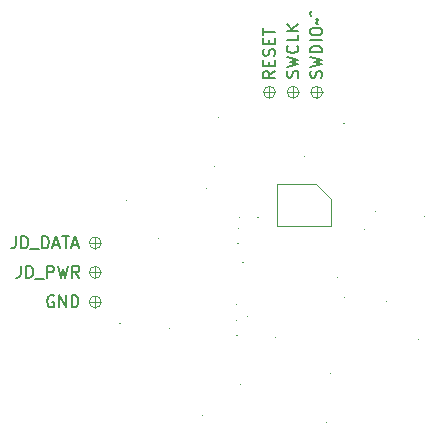
<source format=gbr>
G04 #@! TF.GenerationSoftware,KiCad,Pcbnew,9.0.0*
G04 #@! TF.CreationDate,2025-03-28T12:53:33+00:00*
G04 #@! TF.ProjectId,vm_rgb_ring_0.2,766d5f72-6762-45f7-9269-6e675f302e32,v0.2*
G04 #@! TF.SameCoordinates,PX4f64b50PY4749830*
G04 #@! TF.FileFunction,AssemblyDrawing,Top*
%FSLAX45Y45*%
G04 Gerber Fmt 4.5, Leading zero omitted, Abs format (unit mm)*
G04 Created by KiCad (PCBNEW 9.0.0) date 2025-03-28 12:53:33*
%MOMM*%
%LPD*%
G01*
G04 APERTURE LIST*
%ADD10C,0.150000*%
%ADD11C,0.060000*%
%ADD12C,0.100000*%
%ADD13C,0.120000*%
G04 APERTURE END LIST*
D10*
X415720Y1623810D02*
X420482Y1638095D01*
X420482Y1638095D02*
X420482Y1661905D01*
X420482Y1661905D02*
X415720Y1671429D01*
X415720Y1671429D02*
X410958Y1676190D01*
X410958Y1676190D02*
X401434Y1680952D01*
X401434Y1680952D02*
X391910Y1680952D01*
X391910Y1680952D02*
X382387Y1676190D01*
X382387Y1676190D02*
X377625Y1671429D01*
X377625Y1671429D02*
X372863Y1661905D01*
X372863Y1661905D02*
X368101Y1642857D01*
X368101Y1642857D02*
X363339Y1633333D01*
X363339Y1633333D02*
X358577Y1628571D01*
X358577Y1628571D02*
X349053Y1623810D01*
X349053Y1623810D02*
X339530Y1623810D01*
X339530Y1623810D02*
X330006Y1628571D01*
X330006Y1628571D02*
X325244Y1633333D01*
X325244Y1633333D02*
X320482Y1642857D01*
X320482Y1642857D02*
X320482Y1666667D01*
X320482Y1666667D02*
X325244Y1680952D01*
X320482Y1714286D02*
X420482Y1738095D01*
X420482Y1738095D02*
X349053Y1757143D01*
X349053Y1757143D02*
X420482Y1776190D01*
X420482Y1776190D02*
X320482Y1800000D01*
X420482Y1838095D02*
X320482Y1838095D01*
X320482Y1838095D02*
X320482Y1861905D01*
X320482Y1861905D02*
X325244Y1876190D01*
X325244Y1876190D02*
X334768Y1885714D01*
X334768Y1885714D02*
X344291Y1890476D01*
X344291Y1890476D02*
X363339Y1895238D01*
X363339Y1895238D02*
X377625Y1895238D01*
X377625Y1895238D02*
X396672Y1890476D01*
X396672Y1890476D02*
X406196Y1885714D01*
X406196Y1885714D02*
X415720Y1876190D01*
X415720Y1876190D02*
X420482Y1861905D01*
X420482Y1861905D02*
X420482Y1838095D01*
X420482Y1938095D02*
X320482Y1938095D01*
X320482Y2004762D02*
X320482Y2023809D01*
X320482Y2023809D02*
X325244Y2033333D01*
X325244Y2033333D02*
X334768Y2042857D01*
X334768Y2042857D02*
X353815Y2047619D01*
X353815Y2047619D02*
X387148Y2047619D01*
X387148Y2047619D02*
X406196Y2042857D01*
X406196Y2042857D02*
X415720Y2033333D01*
X415720Y2033333D02*
X420482Y2023809D01*
X420482Y2023809D02*
X420482Y2004762D01*
X420482Y2004762D02*
X415720Y1995238D01*
X415720Y1995238D02*
X406196Y1985714D01*
X406196Y1985714D02*
X387148Y1980952D01*
X387148Y1980952D02*
X353815Y1980952D01*
X353815Y1980952D02*
X334768Y1985714D01*
X334768Y1985714D02*
X325244Y1995238D01*
X325244Y1995238D02*
X320482Y2004762D01*
X382387Y2076190D02*
X377625Y2080952D01*
X377625Y2080952D02*
X372863Y2090476D01*
X372863Y2090476D02*
X382387Y2109524D01*
X382387Y2109524D02*
X377625Y2119048D01*
X377625Y2119048D02*
X372863Y2123810D01*
X330006Y2147619D02*
X315720Y2166667D01*
X315720Y2166667D02*
X330006Y2185714D01*
X-2172619Y279518D02*
X-2172619Y208090D01*
X-2172619Y208090D02*
X-2177381Y193804D01*
X-2177381Y193804D02*
X-2186905Y184280D01*
X-2186905Y184280D02*
X-2201191Y179518D01*
X-2201191Y179518D02*
X-2210714Y179518D01*
X-2125000Y179518D02*
X-2125000Y279518D01*
X-2125000Y279518D02*
X-2101191Y279518D01*
X-2101191Y279518D02*
X-2086905Y274756D01*
X-2086905Y274756D02*
X-2077381Y265232D01*
X-2077381Y265232D02*
X-2072619Y255709D01*
X-2072619Y255709D02*
X-2067857Y236661D01*
X-2067857Y236661D02*
X-2067857Y222375D01*
X-2067857Y222375D02*
X-2072619Y203328D01*
X-2072619Y203328D02*
X-2077381Y193804D01*
X-2077381Y193804D02*
X-2086905Y184280D01*
X-2086905Y184280D02*
X-2101191Y179518D01*
X-2101191Y179518D02*
X-2125000Y179518D01*
X-2048809Y169994D02*
X-1972619Y169994D01*
X-1948809Y179518D02*
X-1948809Y279518D01*
X-1948809Y279518D02*
X-1925000Y279518D01*
X-1925000Y279518D02*
X-1910714Y274756D01*
X-1910714Y274756D02*
X-1901190Y265232D01*
X-1901190Y265232D02*
X-1896429Y255709D01*
X-1896429Y255709D02*
X-1891667Y236661D01*
X-1891667Y236661D02*
X-1891667Y222375D01*
X-1891667Y222375D02*
X-1896429Y203328D01*
X-1896429Y203328D02*
X-1901190Y193804D01*
X-1901190Y193804D02*
X-1910714Y184280D01*
X-1910714Y184280D02*
X-1925000Y179518D01*
X-1925000Y179518D02*
X-1948809Y179518D01*
X-1853571Y208090D02*
X-1805952Y208090D01*
X-1863095Y179518D02*
X-1829762Y279518D01*
X-1829762Y279518D02*
X-1796429Y179518D01*
X-1777381Y279518D02*
X-1720238Y279518D01*
X-1748809Y179518D02*
X-1748809Y279518D01*
X-1691667Y208090D02*
X-1644048Y208090D01*
X-1701190Y179518D02*
X-1667857Y279518D01*
X-1667857Y279518D02*
X-1634524Y179518D01*
X215720Y1623810D02*
X220482Y1638095D01*
X220482Y1638095D02*
X220482Y1661905D01*
X220482Y1661905D02*
X215720Y1671429D01*
X215720Y1671429D02*
X210958Y1676190D01*
X210958Y1676190D02*
X201434Y1680952D01*
X201434Y1680952D02*
X191910Y1680952D01*
X191910Y1680952D02*
X182387Y1676190D01*
X182387Y1676190D02*
X177625Y1671429D01*
X177625Y1671429D02*
X172863Y1661905D01*
X172863Y1661905D02*
X168101Y1642857D01*
X168101Y1642857D02*
X163339Y1633333D01*
X163339Y1633333D02*
X158577Y1628571D01*
X158577Y1628571D02*
X149053Y1623810D01*
X149053Y1623810D02*
X139530Y1623810D01*
X139530Y1623810D02*
X130006Y1628571D01*
X130006Y1628571D02*
X125244Y1633333D01*
X125244Y1633333D02*
X120482Y1642857D01*
X120482Y1642857D02*
X120482Y1666667D01*
X120482Y1666667D02*
X125244Y1680952D01*
X120482Y1714286D02*
X220482Y1738095D01*
X220482Y1738095D02*
X149053Y1757143D01*
X149053Y1757143D02*
X220482Y1776190D01*
X220482Y1776190D02*
X120482Y1800000D01*
X210958Y1895238D02*
X215720Y1890476D01*
X215720Y1890476D02*
X220482Y1876190D01*
X220482Y1876190D02*
X220482Y1866667D01*
X220482Y1866667D02*
X215720Y1852381D01*
X215720Y1852381D02*
X206196Y1842857D01*
X206196Y1842857D02*
X196672Y1838095D01*
X196672Y1838095D02*
X177625Y1833333D01*
X177625Y1833333D02*
X163339Y1833333D01*
X163339Y1833333D02*
X144291Y1838095D01*
X144291Y1838095D02*
X134768Y1842857D01*
X134768Y1842857D02*
X125244Y1852381D01*
X125244Y1852381D02*
X120482Y1866667D01*
X120482Y1866667D02*
X120482Y1876190D01*
X120482Y1876190D02*
X125244Y1890476D01*
X125244Y1890476D02*
X130006Y1895238D01*
X220482Y1985714D02*
X220482Y1938095D01*
X220482Y1938095D02*
X120482Y1938095D01*
X220482Y2019048D02*
X120482Y2019048D01*
X220482Y2076190D02*
X163339Y2033333D01*
X120482Y2076190D02*
X177625Y2019048D01*
X20482Y1679762D02*
X-27137Y1646429D01*
X20482Y1622619D02*
X-79518Y1622619D01*
X-79518Y1622619D02*
X-79518Y1660714D01*
X-79518Y1660714D02*
X-74756Y1670238D01*
X-74756Y1670238D02*
X-69994Y1675000D01*
X-69994Y1675000D02*
X-60470Y1679762D01*
X-60470Y1679762D02*
X-46185Y1679762D01*
X-46185Y1679762D02*
X-36661Y1675000D01*
X-36661Y1675000D02*
X-31899Y1670238D01*
X-31899Y1670238D02*
X-27137Y1660714D01*
X-27137Y1660714D02*
X-27137Y1622619D01*
X-31899Y1722619D02*
X-31899Y1755952D01*
X20482Y1770238D02*
X20482Y1722619D01*
X20482Y1722619D02*
X-79518Y1722619D01*
X-79518Y1722619D02*
X-79518Y1770238D01*
X15720Y1808333D02*
X20482Y1822619D01*
X20482Y1822619D02*
X20482Y1846429D01*
X20482Y1846429D02*
X15720Y1855952D01*
X15720Y1855952D02*
X10958Y1860714D01*
X10958Y1860714D02*
X1434Y1865476D01*
X1434Y1865476D02*
X-8090Y1865476D01*
X-8090Y1865476D02*
X-17613Y1860714D01*
X-17613Y1860714D02*
X-22375Y1855952D01*
X-22375Y1855952D02*
X-27137Y1846429D01*
X-27137Y1846429D02*
X-31899Y1827381D01*
X-31899Y1827381D02*
X-36661Y1817857D01*
X-36661Y1817857D02*
X-41423Y1813095D01*
X-41423Y1813095D02*
X-50947Y1808333D01*
X-50947Y1808333D02*
X-60470Y1808333D01*
X-60470Y1808333D02*
X-69994Y1813095D01*
X-69994Y1813095D02*
X-74756Y1817857D01*
X-74756Y1817857D02*
X-79518Y1827381D01*
X-79518Y1827381D02*
X-79518Y1851190D01*
X-79518Y1851190D02*
X-74756Y1865476D01*
X-31899Y1908333D02*
X-31899Y1941667D01*
X20482Y1955952D02*
X20482Y1908333D01*
X20482Y1908333D02*
X-79518Y1908333D01*
X-79518Y1908333D02*
X-79518Y1955952D01*
X-79518Y1984524D02*
X-79518Y2041667D01*
X20482Y2013095D02*
X-79518Y2013095D01*
X-1851190Y-225244D02*
X-1860714Y-220482D01*
X-1860714Y-220482D02*
X-1875000Y-220482D01*
X-1875000Y-220482D02*
X-1889286Y-225244D01*
X-1889286Y-225244D02*
X-1898809Y-234768D01*
X-1898809Y-234768D02*
X-1903571Y-244291D01*
X-1903571Y-244291D02*
X-1908333Y-263339D01*
X-1908333Y-263339D02*
X-1908333Y-277625D01*
X-1908333Y-277625D02*
X-1903571Y-296672D01*
X-1903571Y-296672D02*
X-1898809Y-306196D01*
X-1898809Y-306196D02*
X-1889286Y-315720D01*
X-1889286Y-315720D02*
X-1875000Y-320482D01*
X-1875000Y-320482D02*
X-1865476Y-320482D01*
X-1865476Y-320482D02*
X-1851190Y-315720D01*
X-1851190Y-315720D02*
X-1846429Y-310958D01*
X-1846429Y-310958D02*
X-1846429Y-277625D01*
X-1846429Y-277625D02*
X-1865476Y-277625D01*
X-1803571Y-320482D02*
X-1803571Y-220482D01*
X-1803571Y-220482D02*
X-1746429Y-320482D01*
X-1746429Y-320482D02*
X-1746429Y-220482D01*
X-1698809Y-320482D02*
X-1698809Y-220482D01*
X-1698809Y-220482D02*
X-1675000Y-220482D01*
X-1675000Y-220482D02*
X-1660714Y-225244D01*
X-1660714Y-225244D02*
X-1651190Y-234768D01*
X-1651190Y-234768D02*
X-1646429Y-244291D01*
X-1646429Y-244291D02*
X-1641667Y-263339D01*
X-1641667Y-263339D02*
X-1641667Y-277625D01*
X-1641667Y-277625D02*
X-1646429Y-296672D01*
X-1646429Y-296672D02*
X-1651190Y-306196D01*
X-1651190Y-306196D02*
X-1660714Y-315720D01*
X-1660714Y-315720D02*
X-1675000Y-320482D01*
X-1675000Y-320482D02*
X-1698809Y-320482D01*
X-2130952Y29518D02*
X-2130952Y-41910D01*
X-2130952Y-41910D02*
X-2135714Y-56196D01*
X-2135714Y-56196D02*
X-2145238Y-65720D01*
X-2145238Y-65720D02*
X-2159524Y-70482D01*
X-2159524Y-70482D02*
X-2169048Y-70482D01*
X-2083333Y-70482D02*
X-2083333Y29518D01*
X-2083333Y29518D02*
X-2059524Y29518D01*
X-2059524Y29518D02*
X-2045238Y24756D01*
X-2045238Y24756D02*
X-2035714Y15232D01*
X-2035714Y15232D02*
X-2030952Y5709D01*
X-2030952Y5709D02*
X-2026190Y-13339D01*
X-2026190Y-13339D02*
X-2026190Y-27625D01*
X-2026190Y-27625D02*
X-2030952Y-46672D01*
X-2030952Y-46672D02*
X-2035714Y-56196D01*
X-2035714Y-56196D02*
X-2045238Y-65720D01*
X-2045238Y-65720D02*
X-2059524Y-70482D01*
X-2059524Y-70482D02*
X-2083333Y-70482D01*
X-2007143Y-80006D02*
X-1930952Y-80006D01*
X-1907143Y-70482D02*
X-1907143Y29518D01*
X-1907143Y29518D02*
X-1869048Y29518D01*
X-1869048Y29518D02*
X-1859524Y24756D01*
X-1859524Y24756D02*
X-1854762Y19994D01*
X-1854762Y19994D02*
X-1850000Y10471D01*
X-1850000Y10471D02*
X-1850000Y-3815D01*
X-1850000Y-3815D02*
X-1854762Y-13339D01*
X-1854762Y-13339D02*
X-1859524Y-18101D01*
X-1859524Y-18101D02*
X-1869048Y-22863D01*
X-1869048Y-22863D02*
X-1907143Y-22863D01*
X-1816667Y29518D02*
X-1792857Y-70482D01*
X-1792857Y-70482D02*
X-1773809Y947D01*
X-1773809Y947D02*
X-1754762Y-70482D01*
X-1754762Y-70482D02*
X-1730952Y29518D01*
X-1635714Y-70482D02*
X-1669048Y-22863D01*
X-1692857Y-70482D02*
X-1692857Y29518D01*
X-1692857Y29518D02*
X-1654762Y29518D01*
X-1654762Y29518D02*
X-1645238Y24756D01*
X-1645238Y24756D02*
X-1640476Y19994D01*
X-1640476Y19994D02*
X-1635714Y10471D01*
X-1635714Y10471D02*
X-1635714Y-3815D01*
X-1635714Y-3815D02*
X-1640476Y-13339D01*
X-1640476Y-13339D02*
X-1645238Y-18101D01*
X-1645238Y-18101D02*
X-1654762Y-22863D01*
X-1654762Y-22863D02*
X-1692857Y-22863D01*
D11*
X-452341Y1287748D02*
G75*
G02*
X-458341Y1287748I-3000J0D01*
G01*
X-458341Y1287748D02*
G75*
G02*
X-452341Y1287748I3000J0D01*
G01*
D12*
X325000Y1500000D02*
X425000Y1500000D01*
X375000Y1550000D02*
X375000Y1450000D01*
X425000Y1500000D02*
G75*
G02*
X325000Y1500000I-50000J0D01*
G01*
X325000Y1500000D02*
G75*
G02*
X425000Y1500000I50000J0D01*
G01*
X-1550000Y225000D02*
X-1450000Y225000D01*
X-1500000Y275000D02*
X-1500000Y175000D01*
X-1450000Y225000D02*
G75*
G02*
X-1550000Y225000I-50000J0D01*
G01*
X-1550000Y225000D02*
G75*
G02*
X-1450000Y225000I50000J0D01*
G01*
D13*
X41900Y719060D02*
X372100Y719060D01*
X41900Y363460D02*
X41900Y719060D01*
X372100Y719060D02*
X499100Y592060D01*
X499100Y592060D02*
X499100Y363460D01*
X499100Y363460D02*
X41900Y363460D01*
D11*
X-117000Y440000D02*
G75*
G02*
X-123000Y440000I-3000J0D01*
G01*
X-123000Y440000D02*
G75*
G02*
X-117000Y440000I3000J0D01*
G01*
X496089Y-878612D02*
G75*
G02*
X490089Y-878612I-3000J0D01*
G01*
X490089Y-878612D02*
G75*
G02*
X496089Y-878612I3000J0D01*
G01*
X460506Y-1300000D02*
G75*
G02*
X454506Y-1300000I-3000J0D01*
G01*
X454506Y-1300000D02*
G75*
G02*
X460506Y-1300000I3000J0D01*
G01*
D12*
X125000Y1500000D02*
X225000Y1500000D01*
X175000Y1550000D02*
X175000Y1450000D01*
X225000Y1500000D02*
G75*
G02*
X125000Y1500000I-50000J0D01*
G01*
X125000Y1500000D02*
G75*
G02*
X225000Y1500000I50000J0D01*
G01*
D11*
X-486789Y867941D02*
G75*
G02*
X-492789Y867941I-3000J0D01*
G01*
X-492789Y867941D02*
G75*
G02*
X-486789Y867941I3000J0D01*
G01*
X-247000Y57000D02*
G75*
G02*
X-253000Y57000I-3000J0D01*
G01*
X-253000Y57000D02*
G75*
G02*
X-247000Y57000I3000J0D01*
G01*
D12*
X-75000Y1500000D02*
X25000Y1500000D01*
X-25000Y1550000D02*
X-25000Y1450000D01*
X25000Y1500000D02*
G75*
G02*
X-75000Y1500000I-50000J0D01*
G01*
X-75000Y1500000D02*
G75*
G02*
X25000Y1500000I50000J0D01*
G01*
D11*
X-297000Y-560000D02*
G75*
G02*
X-303000Y-560000I-3000J0D01*
G01*
X-303000Y-560000D02*
G75*
G02*
X-297000Y-560000I3000J0D01*
G01*
X-277000Y440000D02*
G75*
G02*
X-283000Y440000I-3000J0D01*
G01*
X-283000Y440000D02*
G75*
G02*
X-277000Y440000I3000J0D01*
G01*
X969650Y-275335D02*
G75*
G02*
X963650Y-275335I-3000J0D01*
G01*
X963650Y-275335D02*
G75*
G02*
X969650Y-275335I3000J0D01*
G01*
X606787Y1235355D02*
G75*
G02*
X600787Y1235355I-3000J0D01*
G01*
X600787Y1235355D02*
G75*
G02*
X606787Y1235355I3000J0D01*
G01*
X553000Y-70000D02*
G75*
G02*
X547000Y-70000I-3000J0D01*
G01*
X547000Y-70000D02*
G75*
G02*
X553000Y-70000I3000J0D01*
G01*
X-297000Y-300000D02*
G75*
G02*
X-303000Y-300000I-3000J0D01*
G01*
X-303000Y-300000D02*
G75*
G02*
X-297000Y-300000I3000J0D01*
G01*
X613000Y-240000D02*
G75*
G02*
X607000Y-240000I-3000J0D01*
G01*
X607000Y-240000D02*
G75*
G02*
X613000Y-240000I3000J0D01*
G01*
X-210000Y-400000D02*
G75*
G02*
X-216000Y-400000I-3000J0D01*
G01*
X-216000Y-400000D02*
G75*
G02*
X-210000Y-400000I3000J0D01*
G01*
X-265350Y-970335D02*
G75*
G02*
X-271350Y-970335I-3000J0D01*
G01*
X-271350Y-970335D02*
G75*
G02*
X-265350Y-970335I3000J0D01*
G01*
X-1286163Y-459171D02*
G75*
G02*
X-1292163Y-459171I-3000J0D01*
G01*
X-1292163Y-459171D02*
G75*
G02*
X-1286163Y-459171I3000J0D01*
G01*
X1237127Y-595648D02*
G75*
G02*
X1231127Y-595648I-3000J0D01*
G01*
X1231127Y-595648D02*
G75*
G02*
X1237127Y-595648I3000J0D01*
G01*
X877927Y486104D02*
G75*
G02*
X871927Y486104I-3000J0D01*
G01*
X871927Y486104D02*
G75*
G02*
X877927Y486104I3000J0D01*
G01*
X1294061Y449918D02*
G75*
G02*
X1288061Y449918I-3000J0D01*
G01*
X1288061Y449918D02*
G75*
G02*
X1294061Y449918I3000J0D01*
G01*
X-960350Y264665D02*
G75*
G02*
X-966350Y264665I-3000J0D01*
G01*
X-966350Y264665D02*
G75*
G02*
X-960350Y264665I3000J0D01*
G01*
D12*
X-1550000Y-275000D02*
X-1450000Y-275000D01*
X-1500000Y-225000D02*
X-1500000Y-325000D01*
X-1450000Y-275000D02*
G75*
G02*
X-1550000Y-275000I-50000J0D01*
G01*
X-1550000Y-275000D02*
G75*
G02*
X-1450000Y-275000I50000J0D01*
G01*
D11*
X-287000Y350000D02*
G75*
G02*
X-293000Y350000I-3000J0D01*
G01*
X-293000Y350000D02*
G75*
G02*
X-287000Y350000I3000J0D01*
G01*
X274650Y959665D02*
G75*
G02*
X268650Y959665I-3000J0D01*
G01*
X268650Y959665D02*
G75*
G02*
X274650Y959665I3000J0D01*
G01*
X33000Y-580000D02*
G75*
G02*
X27000Y-580000I-3000J0D01*
G01*
X27000Y-580000D02*
G75*
G02*
X33000Y-580000I3000J0D01*
G01*
X-868627Y-496774D02*
G75*
G02*
X-874627Y-496774I-3000J0D01*
G01*
X-874627Y-496774D02*
G75*
G02*
X-868627Y-496774I3000J0D01*
G01*
X-1232349Y586858D02*
G75*
G02*
X-1238349Y586858I-3000J0D01*
G01*
X-1238349Y586858D02*
G75*
G02*
X-1232349Y586858I3000J0D01*
G01*
D12*
X-1550000Y-25000D02*
X-1450000Y-25000D01*
X-1500000Y25000D02*
X-1500000Y-75000D01*
X-1450000Y-25000D02*
G75*
G02*
X-1550000Y-25000I-50000J0D01*
G01*
X-1550000Y-25000D02*
G75*
G02*
X-1450000Y-25000I50000J0D01*
G01*
D11*
X-287000Y220000D02*
G75*
G02*
X-293000Y220000I-3000J0D01*
G01*
X-293000Y220000D02*
G75*
G02*
X-287000Y220000I3000J0D01*
G01*
X-297000Y-430000D02*
G75*
G02*
X-303000Y-430000I-3000J0D01*
G01*
X-303000Y-430000D02*
G75*
G02*
X-297000Y-430000I3000J0D01*
G01*
X783000Y340000D02*
G75*
G02*
X777000Y340000I-3000J0D01*
G01*
X777000Y340000D02*
G75*
G02*
X783000Y340000I3000J0D01*
G01*
X-589567Y-1240351D02*
G75*
G02*
X-595567Y-1240351I-3000J0D01*
G01*
X-595567Y-1240351D02*
G75*
G02*
X-589567Y-1240351I3000J0D01*
G01*
X-552000Y682000D02*
G75*
G02*
X-558000Y682000I-3000J0D01*
G01*
X-558000Y682000D02*
G75*
G02*
X-552000Y682000I3000J0D01*
G01*
M02*

</source>
